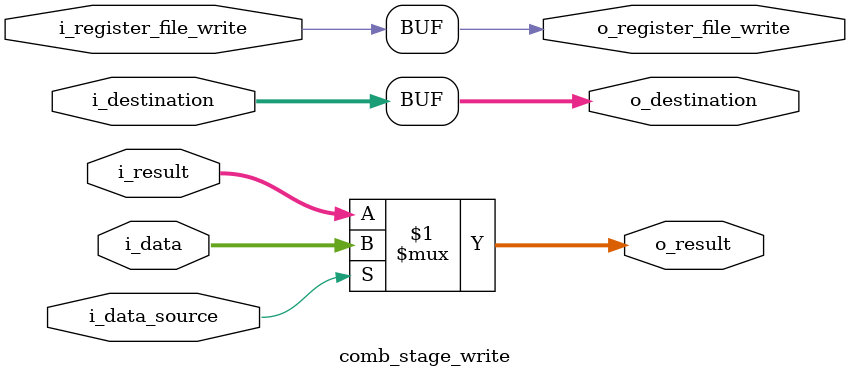
<source format=v>
`include "core_defines.vh"
module comb_stage_write
    #(
      parameter ADDRESS_SIZE = 10,
      parameter DATA_SIZE = 32  
     )
    (    
    input wire i_data_source,
    input wire [2:0] i_destination,
    input wire signed [DATA_SIZE - 1:0] i_result,
    input wire i_register_file_write,
    input wire signed [DATA_SIZE - 1:0]i_data,

    output wire  [2:0] o_destination,
    output wire signed [DATA_SIZE - 1:0] o_result,
    output wire o_register_file_write
    );
    /*Combinational logic for WRITE*/    
    assign o_result = ( i_data_source ) ? i_data : i_result;
    assign o_register_file_write = i_register_file_write;
    assign o_destination = i_destination;
endmodule
</source>
